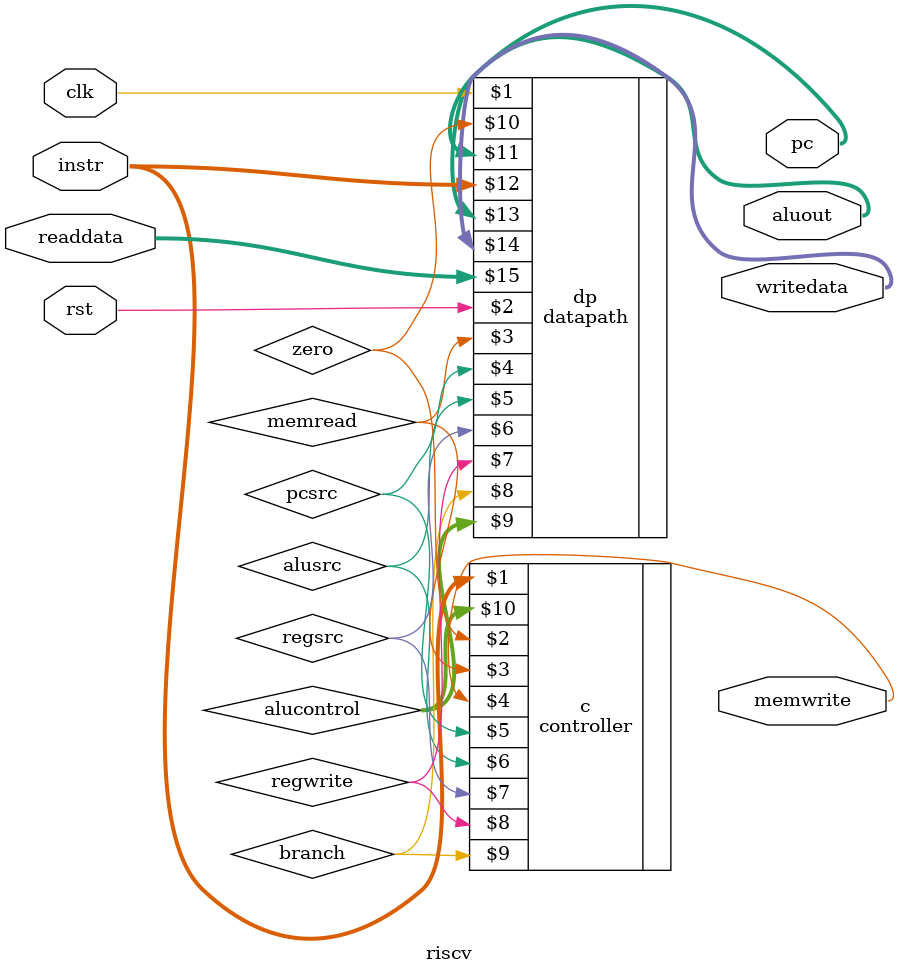
<source format=v>
`timescale 1ns / 1ps


module riscv(
	input wire clk,rst,
	output wire[31:0] pc,
	input wire[31:0] instr,
	output wire memwrite,
	output wire[31:0] aluout,writedata,
	input wire[31:0] readdata 
    );
	
	wire memread,alusrc,regsrc,regwrite,branch,pcsrc,zero;
	wire[3:0] alucontrol;

	controller c(instr,zero,memread,
		memwrite,pcsrc,alusrc,regsrc,regwrite,branch,alucontrol);
	datapath dp(clk,rst,memread,pcsrc,alusrc,
		regsrc,regwrite,branch,alucontrol,zero,pc,instr,aluout,writedata,readdata);
	
endmodule

</source>
